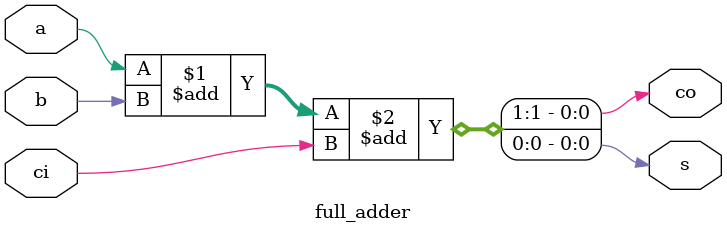
<source format=v>
/* ======================================================================
 *
 * Full Adder
 *
 * ======================================================================
 * Basic Inforation 
 * ----------------------------------------------------------------------
 * Author           |  Chunheng Luo
 * ----------------------------------------------------------------------
 * Email Address    |  Chunheng.Luo@utexas.edu
 * ----------------------------------------------------------------------
 * Data of Creation |  04-16-2017
 * ----------------------------------------------------------------------
 * Description      |  Full adder
 * =================================================================== */

 module full_adder 
 ( 
   input   a  ,
   input   b  ,
   input   ci ,
   output  s  ,
   output  co  
 ) ;

   assign { co , s } = a + b + ci ;

 endmodule 

</source>
